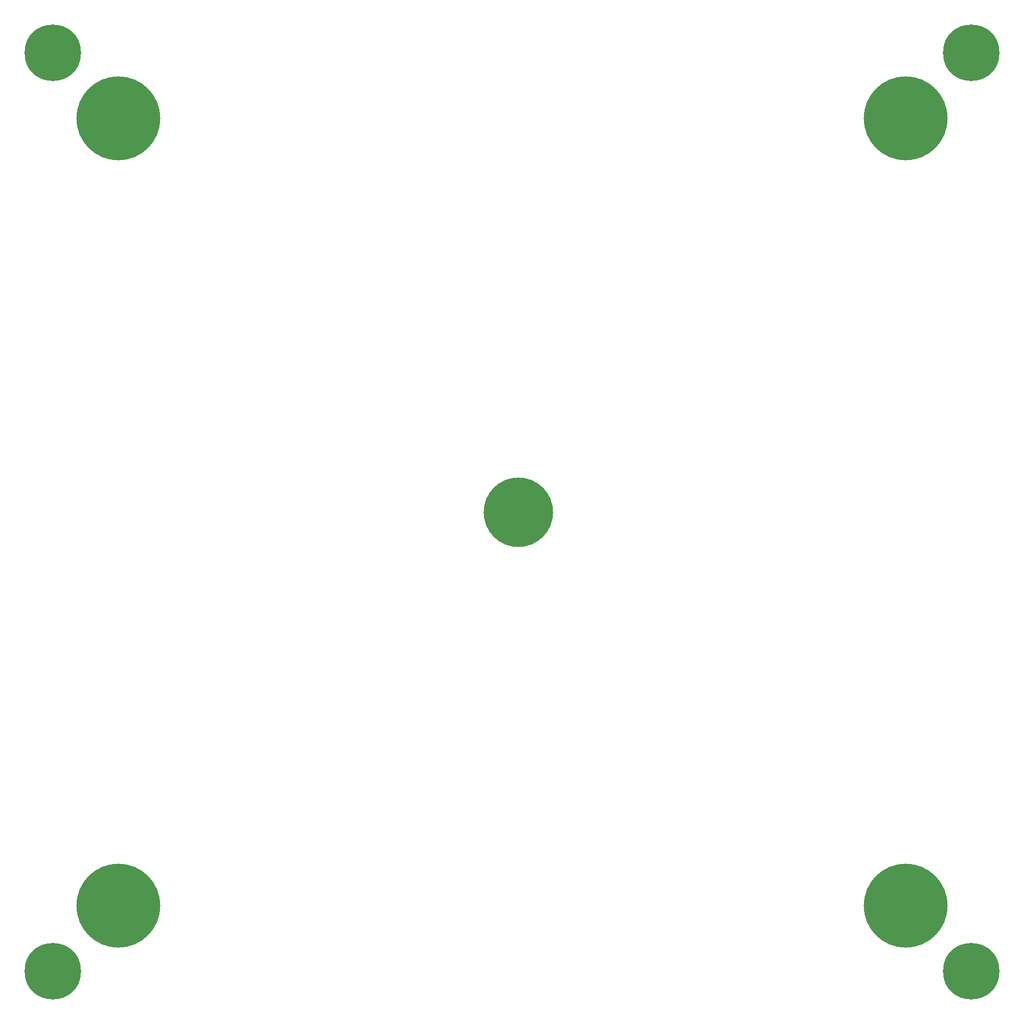
<source format=gbs>
G04 #@! TF.GenerationSoftware,KiCad,Pcbnew,7.0.9-1.fc39*
G04 #@! TF.CreationDate,2023-12-18T12:14:33-05:00*
G04 #@! TF.ProjectId,SYSMATT-WS2812-MATRIX-CARRIER-SPACER-PLATE,5359534d-4154-4542-9d57-53323831322d,rev?*
G04 #@! TF.SameCoordinates,Original*
G04 #@! TF.FileFunction,Soldermask,Bot*
G04 #@! TF.FilePolarity,Negative*
%FSLAX46Y46*%
G04 Gerber Fmt 4.6, Leading zero omitted, Abs format (unit mm)*
G04 Created by KiCad (PCBNEW 7.0.9-1.fc39) date 2023-12-18 12:14:33*
%MOMM*%
%LPD*%
G01*
G04 APERTURE LIST*
%ADD10C,12.800000*%
%ADD11C,8.600000*%
%ADD12C,10.600000*%
G04 APERTURE END LIST*
D10*
X160000000Y-40000000D03*
X40000000Y-40000000D03*
D11*
X170000000Y-170000000D03*
X170000000Y-30000000D03*
D12*
X101000000Y-100000000D03*
D10*
X160000000Y-160000000D03*
D11*
X30000000Y-170000000D03*
X30000000Y-30000000D03*
D10*
X40000000Y-160000000D03*
M02*

</source>
